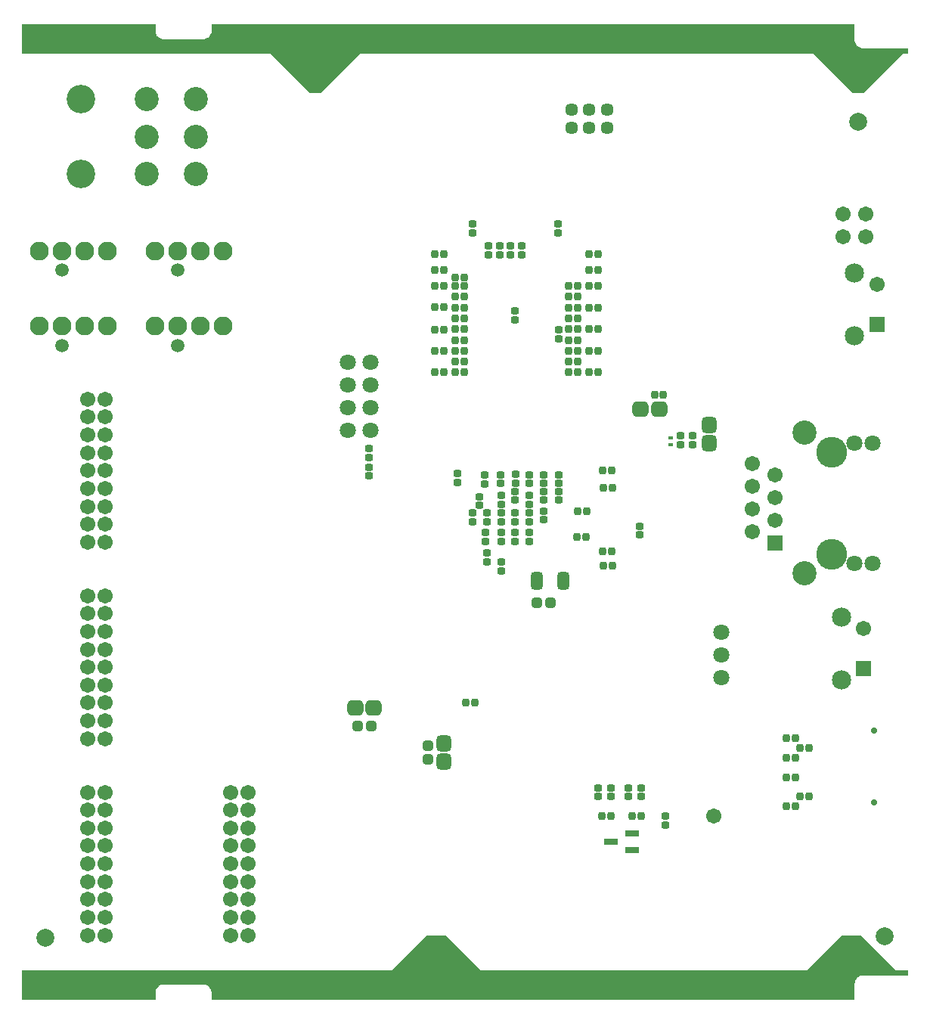
<source format=gbr>
G04*
G04 #@! TF.GenerationSoftware,Altium Limited,Altium Designer,24.2.2 (26)*
G04*
G04 Layer_Color=16711935*
%FSLAX44Y44*%
%MOMM*%
G71*
G04*
G04 #@! TF.SameCoordinates,D1F85D35-12B9-47B7-842E-F7ABDB1EEA32*
G04*
G04*
G04 #@! TF.FilePolarity,Negative*
G04*
G01*
G75*
G04:AMPARAMS|DCode=52|XSize=0.9032mm|YSize=0.8032mm|CornerRadius=0.2516mm|HoleSize=0mm|Usage=FLASHONLY|Rotation=90.000|XOffset=0mm|YOffset=0mm|HoleType=Round|Shape=RoundedRectangle|*
%AMROUNDEDRECTD52*
21,1,0.9032,0.3000,0,0,90.0*
21,1,0.4000,0.8032,0,0,90.0*
1,1,0.5032,0.1500,0.2000*
1,1,0.5032,0.1500,-0.2000*
1,1,0.5032,-0.1500,-0.2000*
1,1,0.5032,-0.1500,0.2000*
%
%ADD52ROUNDEDRECTD52*%
G04:AMPARAMS|DCode=53|XSize=0.9032mm|YSize=0.8032mm|CornerRadius=0.2516mm|HoleSize=0mm|Usage=FLASHONLY|Rotation=0.000|XOffset=0mm|YOffset=0mm|HoleType=Round|Shape=RoundedRectangle|*
%AMROUNDEDRECTD53*
21,1,0.9032,0.3000,0,0,0.0*
21,1,0.4000,0.8032,0,0,0.0*
1,1,0.5032,0.2000,-0.1500*
1,1,0.5032,-0.2000,-0.1500*
1,1,0.5032,-0.2000,0.1500*
1,1,0.5032,0.2000,0.1500*
%
%ADD53ROUNDEDRECTD53*%
%ADD57C,2.0000*%
G04:AMPARAMS|DCode=58|XSize=1.1532mm|YSize=1.2032mm|CornerRadius=0.3391mm|HoleSize=0mm|Usage=FLASHONLY|Rotation=90.000|XOffset=0mm|YOffset=0mm|HoleType=Round|Shape=RoundedRectangle|*
%AMROUNDEDRECTD58*
21,1,1.1532,0.5250,0,0,90.0*
21,1,0.4750,1.2032,0,0,90.0*
1,1,0.6782,0.2625,0.2375*
1,1,0.6782,0.2625,-0.2375*
1,1,0.6782,-0.2625,-0.2375*
1,1,0.6782,-0.2625,0.2375*
%
%ADD58ROUNDEDRECTD58*%
G04:AMPARAMS|DCode=60|XSize=1.1532mm|YSize=1.2032mm|CornerRadius=0.3391mm|HoleSize=0mm|Usage=FLASHONLY|Rotation=180.000|XOffset=0mm|YOffset=0mm|HoleType=Round|Shape=RoundedRectangle|*
%AMROUNDEDRECTD60*
21,1,1.1532,0.5250,0,0,180.0*
21,1,0.4750,1.2032,0,0,180.0*
1,1,0.6782,-0.2375,0.2625*
1,1,0.6782,0.2375,0.2625*
1,1,0.6782,0.2375,-0.2625*
1,1,0.6782,-0.2375,-0.2625*
%
%ADD60ROUNDEDRECTD60*%
G04:AMPARAMS|DCode=61|XSize=1.7032mm|YSize=1.8032mm|CornerRadius=0.4766mm|HoleSize=0mm|Usage=FLASHONLY|Rotation=180.000|XOffset=0mm|YOffset=0mm|HoleType=Round|Shape=RoundedRectangle|*
%AMROUNDEDRECTD61*
21,1,1.7032,0.8500,0,0,180.0*
21,1,0.7500,1.8032,0,0,180.0*
1,1,0.9532,-0.3750,0.4250*
1,1,0.9532,0.3750,0.4250*
1,1,0.9532,0.3750,-0.4250*
1,1,0.9532,-0.3750,-0.4250*
%
%ADD61ROUNDEDRECTD61*%
%ADD79C,2.1032*%
%ADD80C,1.5032*%
%ADD81C,3.2032*%
%ADD82C,1.4532*%
%ADD83C,2.1532*%
%ADD84C,1.7112*%
%ADD85R,1.7112X1.7112*%
%ADD86C,1.7032*%
%ADD87C,1.8032*%
%ADD88C,0.7032*%
%ADD89R,1.7032X1.7032*%
%ADD90C,2.7032*%
%ADD91C,3.4532*%
%ADD124R,0.5000X0.4000*%
G04:AMPARAMS|DCode=126|XSize=1.3532mm|YSize=2.0032mm|CornerRadius=0.3891mm|HoleSize=0mm|Usage=FLASHONLY|Rotation=180.000|XOffset=0mm|YOffset=0mm|HoleType=Round|Shape=RoundedRectangle|*
%AMROUNDEDRECTD126*
21,1,1.3532,1.2250,0,0,180.0*
21,1,0.5750,2.0032,0,0,180.0*
1,1,0.7782,-0.2875,0.6125*
1,1,0.7782,0.2875,0.6125*
1,1,0.7782,0.2875,-0.6125*
1,1,0.7782,-0.2875,-0.6125*
%
%ADD126ROUNDEDRECTD126*%
%ADD127R,1.5532X0.8032*%
G04:AMPARAMS|DCode=128|XSize=1.7032mm|YSize=1.8032mm|CornerRadius=0.4766mm|HoleSize=0mm|Usage=FLASHONLY|Rotation=90.000|XOffset=0mm|YOffset=0mm|HoleType=Round|Shape=RoundedRectangle|*
%AMROUNDEDRECTD128*
21,1,1.7032,0.8500,0,0,90.0*
21,1,0.7500,1.8032,0,0,90.0*
1,1,0.9532,0.4250,0.3750*
1,1,0.9532,0.4250,-0.3750*
1,1,0.9532,-0.4250,-0.3750*
1,1,0.9532,-0.4250,0.3750*
%
%ADD128ROUNDEDRECTD128*%
G36*
X517426Y36470D02*
X882550D01*
X921550Y75470D01*
X943426D01*
X982426Y36470D01*
X996116D01*
Y30885D01*
X945000Y30885D01*
X944811Y30847D01*
X944619Y30866D01*
X943644Y30770D01*
X943098Y30604D01*
X942538Y30493D01*
X940736Y29746D01*
X940231Y29409D01*
X939475Y28904D01*
X938096Y27525D01*
X937254Y26265D01*
X936507Y24462D01*
X936396Y23902D01*
X936230Y23356D01*
X936134Y22381D01*
X936153Y22189D01*
X936116Y22000D01*
X936116Y3885D01*
X215885D01*
Y12000D01*
X215847Y12189D01*
X215866Y12381D01*
X215770Y13356D01*
X215604Y13903D01*
X215493Y14462D01*
X214746Y16265D01*
X214409Y16769D01*
X213904Y17525D01*
X212525Y18904D01*
X211264Y19746D01*
X209462Y20493D01*
X208902Y20604D01*
X208356Y20770D01*
X207381Y20866D01*
X207189Y20847D01*
X207000Y20885D01*
X162000Y20885D01*
X161811Y20847D01*
X161619Y20866D01*
X160644Y20770D01*
X160098Y20604D01*
X159538Y20493D01*
X157736Y19746D01*
X157231Y19409D01*
X156475Y18904D01*
X155096Y17525D01*
X154254Y16264D01*
X153507Y14462D01*
X153396Y13902D01*
X153230Y13356D01*
X153134Y12381D01*
X153153Y12189D01*
X153116Y12000D01*
X153116Y3885D01*
X3885D01*
Y36470D01*
X417470D01*
X456530Y75530D01*
X478366D01*
X517426Y36470D01*
D02*
G37*
G36*
X936116Y1078000D02*
X936153Y1077811D01*
X936134Y1077619D01*
X936230Y1076644D01*
X936396Y1076098D01*
X936507Y1075538D01*
X937254Y1073736D01*
X938096Y1072476D01*
X938096D01*
Y1072476D01*
X939475Y1071096D01*
X940736Y1070254D01*
X942538Y1069507D01*
X943098Y1069396D01*
X943644Y1069230D01*
X944619Y1069134D01*
X944811Y1069153D01*
X945000Y1069116D01*
X996116D01*
Y1063115D01*
X989848D01*
X945909Y1019175D01*
X933789D01*
X889848Y1063115D01*
X382115Y1063115D01*
X338175Y1019175D01*
X325788Y1019175D01*
X281849Y1063115D01*
X3885D01*
Y1096116D01*
X153116D01*
Y1088000D01*
X153153Y1087811D01*
X153134Y1087619D01*
X153230Y1086644D01*
X153396Y1086098D01*
X153507Y1085538D01*
X154254Y1083736D01*
X154591Y1083231D01*
X155096Y1082476D01*
X156475Y1081096D01*
X157736Y1080254D01*
X159538Y1079508D01*
X160098Y1079396D01*
X160644Y1079230D01*
X161619Y1079134D01*
X161811Y1079153D01*
X162000Y1079116D01*
X207000Y1079116D01*
X207189Y1079153D01*
X207381Y1079134D01*
X208356Y1079230D01*
X208902Y1079396D01*
X209462Y1079508D01*
X211264Y1080254D01*
X211769Y1080591D01*
X212525Y1081096D01*
X213904Y1082476D01*
X214746Y1083736D01*
X215493Y1085538D01*
X215604Y1086098D01*
X215770Y1086644D01*
X215866Y1087619D01*
X215847Y1087811D01*
X215885Y1088000D01*
X215885Y1096116D01*
X936116D01*
Y1078000D01*
D02*
G37*
D52*
X499000Y812430D02*
D03*
X616000Y754500D02*
D03*
X499000Y802609D02*
D03*
X616000Y742375D02*
D03*
X499000Y790875D02*
D03*
Y718125D02*
D03*
X616000Y803000D02*
D03*
Y766625D02*
D03*
Y778750D02*
D03*
X499000Y730250D02*
D03*
X616000Y706000D02*
D03*
X499000D02*
D03*
X616000Y718125D02*
D03*
X499000Y742375D02*
D03*
X616000Y730250D02*
D03*
X499000Y766625D02*
D03*
Y754500D02*
D03*
X616000Y790875D02*
D03*
X499000Y778750D02*
D03*
X696852Y209000D02*
D03*
X686852D02*
D03*
X663000D02*
D03*
X653000D02*
D03*
X636000Y551000D02*
D03*
X626000D02*
D03*
X635000Y522000D02*
D03*
X625000D02*
D03*
X664183Y596548D02*
D03*
X654183D02*
D03*
X664466Y576484D02*
D03*
X654466D02*
D03*
X664000Y506000D02*
D03*
X654000D02*
D03*
X722000Y681000D02*
D03*
X712000D02*
D03*
X489000Y706000D02*
D03*
Y730250D02*
D03*
Y742375D02*
D03*
Y802609D02*
D03*
X476000Y838760D02*
D03*
X466000D02*
D03*
X476000Y821086D02*
D03*
X466000D02*
D03*
X476000Y803000D02*
D03*
X466000D02*
D03*
Y754000D02*
D03*
X476000D02*
D03*
X466000Y730000D02*
D03*
X476000D02*
D03*
X466000Y706000D02*
D03*
X476000D02*
D03*
X626000Y742375D02*
D03*
Y730250D02*
D03*
Y718125D02*
D03*
X649000Y706000D02*
D03*
X639000D02*
D03*
X649000Y730250D02*
D03*
X639000D02*
D03*
X649000Y754500D02*
D03*
X639000D02*
D03*
X626000Y766625D02*
D03*
Y803000D02*
D03*
Y778750D02*
D03*
X649000Y821086D02*
D03*
X639000D02*
D03*
X649000Y838760D02*
D03*
X639000D02*
D03*
X501000Y336000D02*
D03*
X511000D02*
D03*
X489000Y812430D02*
D03*
X626000Y706000D02*
D03*
Y790875D02*
D03*
Y754500D02*
D03*
X489000Y766625D02*
D03*
Y754500D02*
D03*
Y718125D02*
D03*
Y778750D02*
D03*
X639000Y778750D02*
D03*
X649000D02*
D03*
X476000Y779000D02*
D03*
X466000D02*
D03*
X639000Y803000D02*
D03*
X649000D02*
D03*
X654466Y490000D02*
D03*
X664466D02*
D03*
X489000Y790875D02*
D03*
X885000Y231000D02*
D03*
X875000D02*
D03*
X870000Y220000D02*
D03*
X860000D02*
D03*
X870000Y297000D02*
D03*
X860000D02*
D03*
X870000Y253000D02*
D03*
X860000D02*
D03*
X870000Y275000D02*
D03*
X860000D02*
D03*
X885000Y286000D02*
D03*
X875000D02*
D03*
D53*
X538333Y838000D02*
D03*
X563000D02*
D03*
X526000D02*
D03*
X605000Y754000D02*
D03*
X550667Y838000D02*
D03*
X649000Y241000D02*
D03*
Y231000D02*
D03*
X663000Y241000D02*
D03*
Y231000D02*
D03*
X682565Y241000D02*
D03*
Y231000D02*
D03*
X696852Y241000D02*
D03*
Y231000D02*
D03*
X724000Y199000D02*
D03*
Y209000D02*
D03*
X522000Y581367D02*
D03*
Y591367D02*
D03*
X539974Y581557D02*
D03*
Y591557D02*
D03*
X556180Y581694D02*
D03*
Y591694D02*
D03*
X572000Y581649D02*
D03*
Y591649D02*
D03*
X587957Y581649D02*
D03*
Y591649D02*
D03*
X604969Y581609D02*
D03*
Y591609D02*
D03*
X516000Y557000D02*
D03*
Y567000D02*
D03*
X540000Y568000D02*
D03*
Y558000D02*
D03*
X572000Y568000D02*
D03*
Y558000D02*
D03*
X605000Y563000D02*
D03*
Y573000D02*
D03*
X588000Y563000D02*
D03*
Y573000D02*
D03*
X556000Y563000D02*
D03*
Y573000D02*
D03*
X588000Y541000D02*
D03*
Y551000D02*
D03*
X572000Y549000D02*
D03*
Y539000D02*
D03*
X540000Y549000D02*
D03*
Y539000D02*
D03*
X556000Y549000D02*
D03*
Y539000D02*
D03*
X524000D02*
D03*
Y549000D02*
D03*
X508000Y539000D02*
D03*
Y549000D02*
D03*
X491000Y583000D02*
D03*
Y593000D02*
D03*
X523000Y517000D02*
D03*
Y527000D02*
D03*
X540000Y517000D02*
D03*
Y527000D02*
D03*
X556000D02*
D03*
Y517000D02*
D03*
X524000Y494000D02*
D03*
Y504000D02*
D03*
X540000Y484000D02*
D03*
Y494000D02*
D03*
X572000Y527000D02*
D03*
Y517000D02*
D03*
X741000Y625000D02*
D03*
Y635000D02*
D03*
X755000Y625000D02*
D03*
Y635000D02*
D03*
X392000Y600000D02*
D03*
Y590000D02*
D03*
X550667Y848000D02*
D03*
X563000D02*
D03*
X508000Y872000D02*
D03*
Y862000D02*
D03*
X603953Y872000D02*
D03*
Y862000D02*
D03*
X392000Y620811D02*
D03*
Y610811D02*
D03*
X695500Y524000D02*
D03*
Y534000D02*
D03*
X526000Y848000D02*
D03*
X538333D02*
D03*
X605000Y744000D02*
D03*
X556000Y775000D02*
D03*
Y765000D02*
D03*
D57*
X30000Y73000D02*
D03*
X970000Y75000D02*
D03*
X940000Y987000D02*
D03*
D58*
X580500Y448000D02*
D03*
X595500D02*
D03*
X379646Y310461D02*
D03*
X394646D02*
D03*
D60*
X458146Y272961D02*
D03*
Y287961D02*
D03*
D61*
X773000Y626500D02*
D03*
Y647500D02*
D03*
X476146Y290961D02*
D03*
Y269961D02*
D03*
D79*
X22900Y842000D02*
D03*
X48300D02*
D03*
X73700D02*
D03*
X99100D02*
D03*
X22900Y758000D02*
D03*
X48300D02*
D03*
X73700D02*
D03*
X99100D02*
D03*
X152600Y842000D02*
D03*
X178000D02*
D03*
X203400D02*
D03*
X228800D02*
D03*
X152600Y758000D02*
D03*
X178000D02*
D03*
X203400D02*
D03*
X228800D02*
D03*
D80*
X48300Y820400D02*
D03*
Y736400D02*
D03*
X178000Y820400D02*
D03*
Y736400D02*
D03*
D81*
X332000Y1045000D02*
D03*
X940000D02*
D03*
X932000Y50000D02*
D03*
X467000D02*
D03*
X70000Y927999D02*
D03*
Y1011998D02*
D03*
D82*
X659000Y980000D02*
D03*
Y1000000D02*
D03*
X639000Y980000D02*
D03*
Y1000000D02*
D03*
X619000Y980000D02*
D03*
Y1000000D02*
D03*
D83*
X921000Y432000D02*
D03*
Y362000D02*
D03*
X936000Y747000D02*
D03*
Y817000D02*
D03*
D84*
X946000Y419500D02*
D03*
X961000Y804500D02*
D03*
D85*
X946000Y374500D02*
D03*
X961000Y759500D02*
D03*
D86*
X778000Y209000D02*
D03*
X923218Y858184D02*
D03*
X948218D02*
D03*
X923218Y883184D02*
D03*
X948218D02*
D03*
X257000Y236053D02*
D03*
X237000D02*
D03*
X257000Y216053D02*
D03*
X237000D02*
D03*
X257000Y196053D02*
D03*
X237000D02*
D03*
X257000Y176053D02*
D03*
X237000D02*
D03*
X257000Y156053D02*
D03*
X237000D02*
D03*
X257000Y136053D02*
D03*
X237000D02*
D03*
X257000Y116053D02*
D03*
X237000D02*
D03*
X257000Y96053D02*
D03*
X237000D02*
D03*
X257000Y76053D02*
D03*
X237000D02*
D03*
X97000Y676060D02*
D03*
X77000D02*
D03*
X97000Y656060D02*
D03*
X77000D02*
D03*
X97000Y636060D02*
D03*
X77000D02*
D03*
X97000Y616060D02*
D03*
X77000D02*
D03*
X97000Y596060D02*
D03*
X77000D02*
D03*
X97000Y576060D02*
D03*
X77000D02*
D03*
X97000Y556060D02*
D03*
X77000D02*
D03*
X97000Y536060D02*
D03*
X77000D02*
D03*
X97000Y516060D02*
D03*
X77000D02*
D03*
X97000Y236053D02*
D03*
X77000D02*
D03*
X97000Y216053D02*
D03*
X77000D02*
D03*
X97000Y196053D02*
D03*
X77000D02*
D03*
X97000Y176053D02*
D03*
X77000D02*
D03*
X97000Y156053D02*
D03*
X77000D02*
D03*
X97000Y136053D02*
D03*
X77000D02*
D03*
X97000Y116053D02*
D03*
X77000D02*
D03*
X97000Y96053D02*
D03*
X77000D02*
D03*
X97000Y76053D02*
D03*
X77000D02*
D03*
X97000Y456060D02*
D03*
X77000D02*
D03*
X97000Y436060D02*
D03*
X77000D02*
D03*
X97000Y416060D02*
D03*
X77000D02*
D03*
X97000Y396060D02*
D03*
X77000D02*
D03*
X97000Y376060D02*
D03*
X77000D02*
D03*
X97000Y356060D02*
D03*
X77000D02*
D03*
X97000Y336060D02*
D03*
X77000D02*
D03*
X97000Y316060D02*
D03*
X77000D02*
D03*
X97000Y296060D02*
D03*
X77000D02*
D03*
X821400Y604200D02*
D03*
X846800Y591500D02*
D03*
X821400Y528000D02*
D03*
Y553400D02*
D03*
Y578800D02*
D03*
X846800Y540700D02*
D03*
Y566100D02*
D03*
D87*
X368300Y717100D02*
D03*
X393700D02*
D03*
X368300Y691700D02*
D03*
X393700D02*
D03*
X368300Y666300D02*
D03*
X393700Y640900D02*
D03*
X368300D02*
D03*
X393700Y666300D02*
D03*
X787000Y364200D02*
D03*
Y389600D02*
D03*
Y415000D02*
D03*
X956000Y627000D02*
D03*
X935700Y492500D02*
D03*
Y627000D02*
D03*
X956000Y492500D02*
D03*
D88*
X958000Y305000D02*
D03*
Y225000D02*
D03*
D89*
X846800Y515300D02*
D03*
D90*
X879800Y638500D02*
D03*
Y481000D02*
D03*
X143000Y927998D02*
D03*
X198000D02*
D03*
Y969998D02*
D03*
X143000D02*
D03*
X198000Y1011998D02*
D03*
X143000D02*
D03*
D91*
X910300Y616900D02*
D03*
Y502600D02*
D03*
D124*
X730000Y633000D02*
D03*
Y625000D02*
D03*
D126*
X580447Y473096D02*
D03*
X609447D02*
D03*
D127*
X686852Y190123D02*
D03*
Y171123D02*
D03*
X662852Y180623D02*
D03*
D128*
X717500Y665000D02*
D03*
X696500D02*
D03*
X397646Y330461D02*
D03*
X376646D02*
D03*
M02*

</source>
